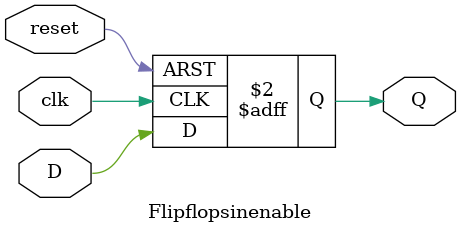
<source format=v>

module phase(clk,reset,Q);
//COnfiguramos puertos
input wire clk;
input wire reset;
output wire Q;
//llamamos instancia del flip flop tipo D para hacer el tipo t
    Flipflopsinenable U1(clk, reset, ~Q, Q);

endmodule


// flip-flop tipo D
//Declaracion de puertos
module Flipflopsinenable(clk, reset, D, Q);

//configuracion de puertos
input wire clk,reset, D;
output reg Q;
//salida según señal del reloj
  always @(posedge clk or posedge reset)
    begin
      if (reset)
        Q <= 1'b0;
      else
        Q <= D;
    end
endmodule

</source>
